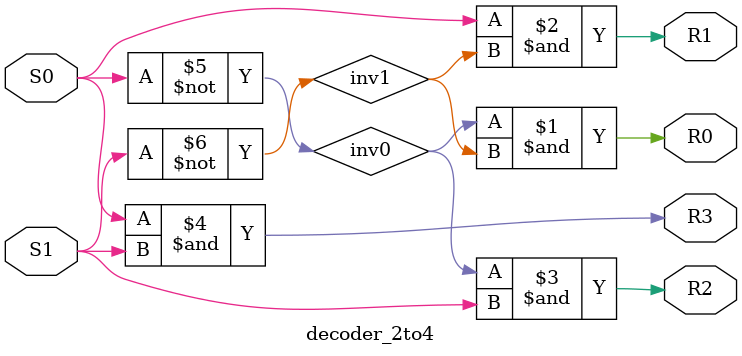
<source format=v>
module decoder_2to4 (S0,S1,R0,R1,R2,R3);

    input   S0, S1;
    output  R0,R1,R2,R3;

    wire inv0,inv1;

    not G1 (inv0,S0),
        G2 (inv1,S1);

    and G3 (R0,inv0,inv1),
        G4 (R1,S0,inv1),
        G5 (R2,inv0,S1),
        G6 (R3,S0,S1);

endmodule
</source>
